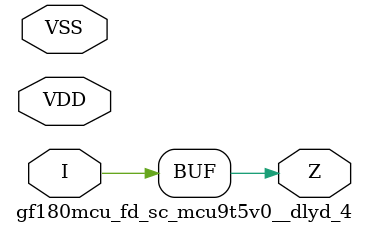
<source format=v>

module gf180mcu_fd_sc_mcu9t5v0__dlyd_4( I, Z, VDD, VSS );
input I;
inout VDD, VSS;
output Z;

	buf MGM_BG_0( Z, I );

endmodule

</source>
